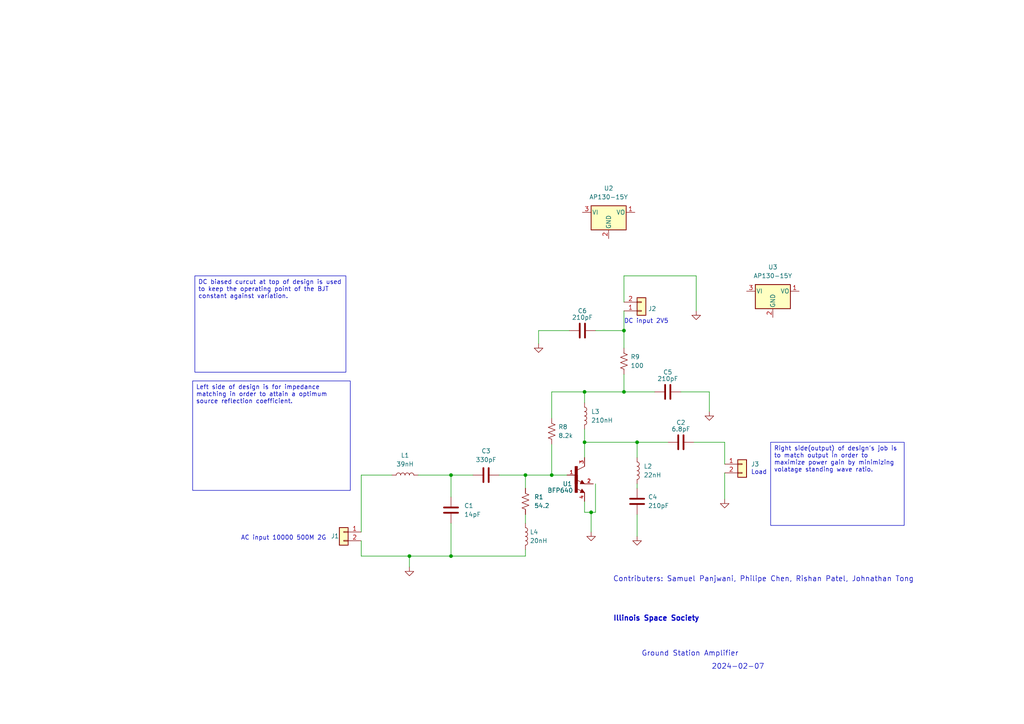
<source format=kicad_sch>
(kicad_sch (version 20230121) (generator eeschema)
  (paper "A4")
  (lib_symbols
    (symbol "BFP640:BFP640" (pin_names (offset 1.016))
      (property "Reference" "U" (at 5.0868 2.5434 0))
      (property "Value" "BFP640" (at 5.0804 0 0))
      (symbol "BFP640_0_0"
        (rectangle (start -0.2542 -5.0832) (end 0.508 0) (stroke (width 0.1)) (fill (type outline)))
        (rectangle (start -0.2543 -2.5435) (end 0.508 2.54) (stroke (width 0.1)) (fill (type outline)))
        (polyline (pts (xy 1.27 -5.08) (xy 1.778 -4.064)) (stroke (width 0.1524)))
        (polyline (pts (xy 1.27 -2.54) (xy 1.778 -1.524)) (stroke (width 0.1524)))
        (polyline (pts (xy 1.524 -4.953) (xy 2.286 -4.953)) (stroke (width 0.254)))
        (polyline (pts (xy 1.524 -4.826) (xy 1.905 -4.826)) (stroke (width 0.254)))
        (polyline (pts (xy 1.524 -2.413) (xy 2.286 -2.413)) (stroke (width 0.254)))
        (polyline (pts (xy 1.524 -2.286) (xy 1.905 -2.286)) (stroke (width 0.254)))
        (polyline (pts (xy 1.54 -4.58) (xy 0.308 -3.964)) (stroke (width 0.1524)))
        (polyline (pts (xy 1.54 -2.04) (xy 0.308 -1.424)) (stroke (width 0.1524)))
        (polyline (pts (xy 1.778 -4.318) (xy 1.524 -4.826)) (stroke (width 0.254)))
        (polyline (pts (xy 1.778 -4.064) (xy 2.54 -5.08)) (stroke (width 0.1524)))
        (polyline (pts (xy 1.778 -1.778) (xy 1.524 -2.286)) (stroke (width 0.254)))
        (polyline (pts (xy 1.778 -1.524) (xy 2.54 -2.54)) (stroke (width 0.1524)))
        (polyline (pts (xy 1.905 -4.826) (xy 1.778 -4.572)) (stroke (width 0.254)))
        (polyline (pts (xy 1.905 -2.286) (xy 1.778 -2.032)) (stroke (width 0.254)))
        (polyline (pts (xy 2.286 -4.953) (xy 1.778 -4.318)) (stroke (width 0.254)))
        (polyline (pts (xy 2.286 -2.413) (xy 1.778 -1.778)) (stroke (width 0.254)))
        (polyline (pts (xy 2.54 -5.08) (xy 1.27 -5.08)) (stroke (width 0.1524)))
        (polyline (pts (xy 2.54 -2.54) (xy 1.27 -2.54)) (stroke (width 0.1524)))
        (polyline (pts (xy 2.54 2.54) (xy 0.508 1.524)) (stroke (width 0.1524)))
        (pin passive line (at -2.54 0 0) (length 2.54) (name "~") (number "1"))
        (pin passive line (at 2.54 -2.54 0) (length 2.54) (name "~") (number "2"))
        (pin passive line (at 2.54 5.08 270) (length 2.54) (name "~") (number "3"))
        (pin passive line (at 2.54 -5.08 270) (length 2.54) (name "~") (number "4"))
      )
    )
    (symbol "Connector_Generic:Conn_01x02" (pin_names (offset 1.016) hide)
      (property "Reference" "J" (at 0 2.54 0))
      (property "Value" "Conn_01x02" (at 0 -5.08 0))
      (symbol "Conn_01x02_1_1"
        (rectangle (start -1.27 -2.413) (end 0 -2.667) (stroke (width 0.1524)))
        (rectangle (start -1.27 0.127) (end 0 -0.127) (stroke (width 0.1524)))
        (rectangle (start -1.27 1.27) (end 1.27 -3.81) (stroke (width 0.254)) (fill (type background)))
        (pin passive line (at -5.08 0 0) (length 3.81) (name "Pin_1") (number "1"))
        (pin passive line (at -5.08 -2.54 0) (length 3.81) (name "Pin_2") (number "2"))
      )
    )
    (symbol "Device:C" (pin_numbers hide) (pin_names (offset 0.254))
      (property "Reference" "C" (at 0.635 2.54 0))
      (property "Value" "C" (at 0.635 -2.54 0))
      (symbol "C_0_1"
        (polyline (pts (xy -2.032 -0.762) (xy 2.032 -0.762)) (stroke (width 0.508)))
        (polyline (pts (xy -2.032 0.762) (xy 2.032 0.762)) (stroke (width 0.508)))
      )
      (symbol "C_1_1"
        (pin passive line (at 0 3.81 270) (length 2.794) (name "~") (number "1"))
        (pin passive line (at 0 -3.81 90) (length 2.794) (name "~") (number "2"))
      )
    )
    (symbol "Device:L" (pin_numbers hide) (pin_names (offset 1.016) hide)
      (property "Reference" "L" (at -1.27 0 90))
      (property "Value" "L" (at 1.905 0 90))
      (symbol "L_0_1"
        (arc (start 0 -2.54) (mid 0.6323 -1.905) (end 0 -1.27))
        (arc (start 0 -1.27) (mid 0.6323 -0.635) (end 0 0))
        (arc (start 0 0) (mid 0.6323 0.635) (end 0 1.27))
        (arc (start 0 1.27) (mid 0.6323 1.905) (end 0 2.54))
      )
      (symbol "L_1_1"
        (pin passive line (at 0 3.81 270) (length 1.27) (name "1") (number "1"))
        (pin passive line (at 0 -3.81 90) (length 1.27) (name "2") (number "2"))
      )
    )
    (symbol "Device:R_US" (pin_numbers hide) (pin_names (offset 0))
      (property "Reference" "R" (at 2.54 0 90))
      (property "Value" "R_US" (at -2.54 0 90))
      (symbol "R_US_0_1"
        (polyline (pts (xy 0 -2.286) (xy 0 -2.54)))
        (polyline (pts (xy 0 2.286) (xy 0 2.54)))
        (polyline (pts (xy 0 -0.762) (xy 1.016 -1.143) (xy 0 -1.524) (xy -1.016 -1.905) (xy 0 -2.286)))
        (polyline (pts (xy 0 0.762) (xy 1.016 0.381) (xy 0 0) (xy -1.016 -0.381) (xy 0 -0.762)))
        (polyline (pts (xy 0 2.286) (xy 1.016 1.905) (xy 0 1.524) (xy -1.016 1.143) (xy 0 0.762)))
      )
      (symbol "R_US_1_1"
        (pin passive line (at 0 3.81 270) (length 1.27) (name "~") (number "1"))
        (pin passive line (at 0 -3.81 90) (length 1.27) (name "~") (number "2"))
      )
    )
    (symbol "Regulator_Linear:AP130-15Y" (pin_names (offset 0.254))
      (property "Reference" "U" (at -3.81 3.175 0))
      (property "Value" "AP130-15Y" (at 0 3.175 0))
      (symbol "AP130-15Y_0_1"
        (rectangle (start -5.08 1.905) (end 5.08 -5.08) (stroke (width 0.254)) (fill (type background)))
      )
      (symbol "AP130-15Y_1_1"
        (pin power_out line (at 7.62 0 180) (length 2.54) (name "VO") (number "1"))
        (pin power_in line (at 0 -7.62 90) (length 2.54) (name "GND") (number "2"))
        (pin power_in line (at -7.62 0 0) (length 2.54) (name "VI") (number "3"))
      )
    )
    (symbol "power:GND" (power) (pin_names (offset 0))
      (property "Value" "GND" (at 0 -3.81 0))
      (symbol "GND_0_1"
        (polyline (pts (xy 0 0) (xy 0 -1.27) (xy 1.27 -1.27) (xy 0 -2.54) (xy -1.27 -1.27) (xy 0 -1.27)))
      )
      (symbol "GND_1_1"
        (pin power_in line (at 0 0 270) (length 0) hide (name "GND") (number "1"))
      )
    )
  )
  (junction (at 160.02 137.795))
  (junction (at 180.975 113.665))
  (junction (at 152.4 137.795))
  (junction (at 171.45 148.59))
  (junction (at 169.545 128.27))
  (junction (at 180.975 95.885))
  (junction (at 184.785 128.27))
  (junction (at 130.81 161.29))
  (junction (at 118.745 161.29))
  (junction (at 130.81 137.795))
  (junction (at 169.545 113.665))
  (wire (pts (xy 180.975 100.965) (xy 180.975 95.885)))
  (wire (pts (xy 152.4 149.225) (xy 152.4 151.765)))
  (wire (pts (xy 118.745 161.29) (xy 104.775 161.29)))
  (wire (pts (xy 130.81 137.795) (xy 137.16 137.795)))
  (wire (pts (xy 169.545 113.665) (xy 180.975 113.665)))
  (wire (pts (xy 205.74 113.665) (xy 205.74 119.38)))
  (wire (pts (xy 180.975 90.17) (xy 180.975 95.885)))
  (wire (pts (xy 184.785 155.575) (xy 184.785 149.225)))
  (wire (pts (xy 165.1 95.885) (xy 156.21 95.885)))
  (wire (pts (xy 184.785 128.27) (xy 184.785 132.715)))
  (wire (pts (xy 201.295 128.27) (xy 210.185 128.27)))
  (wire (pts (xy 160.02 128.905) (xy 160.02 137.795)))
  (wire (pts (xy 144.78 137.795) (xy 152.4 137.795)))
  (wire (pts (xy 197.485 113.665) (xy 205.74 113.665)))
  (wire (pts (xy 104.775 137.795) (xy 104.775 154.305)))
  (wire (pts (xy 210.185 128.27) (xy 210.185 134.62)))
  (wire (pts (xy 171.45 148.59) (xy 172.72 148.59)))
  (wire (pts (xy 160.02 121.285) (xy 160.02 113.665)))
  (wire (pts (xy 180.975 108.585) (xy 180.975 113.665)))
  (wire (pts (xy 201.93 80.01) (xy 201.93 90.17)))
  (wire (pts (xy 156.21 95.885) (xy 156.21 99.695)))
  (wire (pts (xy 152.4 137.795) (xy 152.4 141.605)))
  (wire (pts (xy 152.4 137.795) (xy 160.02 137.795)))
  (wire (pts (xy 169.545 124.46) (xy 169.545 128.27)))
  (wire (pts (xy 172.72 140.335) (xy 172.72 148.59)))
  (wire (pts (xy 180.975 80.01) (xy 201.93 80.01)))
  (wire (pts (xy 104.775 156.845) (xy 104.775 161.29)))
  (wire (pts (xy 130.81 161.29) (xy 152.4 161.29)))
  (wire (pts (xy 152.4 159.385) (xy 152.4 161.29)))
  (wire (pts (xy 160.02 137.795) (xy 164.465 137.795)))
  (wire (pts (xy 169.545 148.59) (xy 171.45 148.59)))
  (wire (pts (xy 172.72 95.885) (xy 180.975 95.885)))
  (wire (pts (xy 169.545 128.27) (xy 184.785 128.27)))
  (wire (pts (xy 130.81 151.765) (xy 130.81 161.29)))
  (wire (pts (xy 104.775 137.795) (xy 113.665 137.795)))
  (wire (pts (xy 118.745 164.465) (xy 118.745 161.29)))
  (wire (pts (xy 184.785 128.27) (xy 193.675 128.27)))
  (wire (pts (xy 169.545 113.665) (xy 169.545 116.84)))
  (wire (pts (xy 130.81 161.29) (xy 118.745 161.29)))
  (wire (pts (xy 180.975 113.665) (xy 189.865 113.665)))
  (wire (pts (xy 184.785 141.605) (xy 184.785 140.335)))
  (wire (pts (xy 169.545 128.27) (xy 169.545 132.715)))
  (wire (pts (xy 180.975 80.01) (xy 180.975 87.63)))
  (wire (pts (xy 160.02 113.665) (xy 169.545 113.665)))
  (wire (pts (xy 210.185 137.16) (xy 210.185 144.78)))
  (wire (pts (xy 169.545 145.415) (xy 169.545 148.59)))
  (wire (pts (xy 130.81 137.795) (xy 130.81 144.145)))
  (wire (pts (xy 171.45 148.59) (xy 171.45 154.305)))
  (wire (pts (xy 121.285 137.795) (xy 130.81 137.795)))
  (text_box "Right side(output) of design's job is to match output in order to maximize power gain by minimizing volatage standing wave ratio." (at 223.52 128.27 0) (size 38.735 24.13) (effects (font (size 1.27 1.27)) (justify left top)))
  (text_box "DC biased curcut at top of design is used to keep the operating point of the BJT constant against variation." (at 56.515 80.01 0) (size 43.815 27.94) (effects (font (size 1.27 1.27)) (justify left top)))
  (text_box "Left side of design is for impedance matching in order to attain a optimum source reflection coefficient." (at 55.88 110.49 0) (size 45.72 31.75) (effects (font (size 1.27 1.27)) (justify left top)))
  (text "Contributers: Samuel Panjwani, Philipe Chen, Rishan Patel, Johnathan Tong" (at 177.8 168.91 0) (effects (font (size 1.5 1.5)) (justify left bottom)))
  (text "Illinois Space Society" (at 177.8 180.34 0) (effects (font (size 1.5 1.5) (thickness 0.3) bold) (justify left bottom)))
  (text "Load\n" (at 217.805 137.795 0) (effects (font (size 1.27 1.27)) (justify left bottom)))
  (text "AC input 10000 500M 2G" (at 69.85 156.845 0) (effects (font (size 1.27 1.27)) (justify left bottom)))
  (text "Ground Station Amplifier" (at 186.055 190.5 0) (effects (font (size 1.5 1.5)) (justify left bottom)))
  (text "2024-02-07" (at 206.375 194.31 0) (effects (font (size 1.5 1.5)) (justify left bottom)))
  (text "DC input 2V5\n" (at 180.975 93.98 0) (effects (font (size 1.27 1.27)) (justify left bottom)))
  (symbol (lib_id "power:GND") (at 201.93 90.17 0) (unit 1)
    (property "Reference" "#PWR02" (effects hide))
    (property "Value" "GND" (effects hide))
  )
  (symbol (lib_id "power:GND") (at 118.745 164.465 0) (unit 1)
    (property "Reference" "#PWR01" (effects hide))
    (property "Value" "GND" (effects hide))
  )
  (symbol (lib_id "Device:C") (at 184.785 145.415 0) (unit 1)
    (property "Reference" "C4" (at 187.96 144.145 0) (effects (justify left)))
    (property "Value" "210pF" (at 187.96 146.685 0) (effects (justify left)))
    (property "Footprint" "Capacitor_SMD:C_0201_0603Metric" (effects hide))
  )
  (symbol (lib_id "power:GND") (at 205.74 119.38 0) (unit 1)
    (property "Reference" "#PWR06" (effects hide))
    (property "Value" "GND" (effects hide))
  )
  (symbol (lib_id "power:GND") (at 210.185 144.78 0) (unit 1)
    (property "Reference" "#PWR04" (effects hide))
    (property "Value" "GND" (effects hide))
  )
  (symbol (lib_id "Device:C") (at 130.81 147.955 0) (unit 1)
    (property "Reference" "C1" (at 134.62 146.685 0) (effects (justify left)))
    (property "Value" "14pF" (at 134.62 149.225 0) (effects (justify left)))
    (property "Footprint" "Capacitor_SMD:C_0201_0603Metric" (effects hide))
  )
  (symbol (lib_id "power:GND") (at 156.21 99.695 0) (unit 1)
    (property "Reference" "#PWR05" (effects hide))
    (property "Value" "GND" (effects hide))
  )
  (symbol (lib_id "Device:L") (at 117.475 137.795 90) (unit 1)
    (property "Reference" "L1" (at 117.475 132.08 90))
    (property "Value" "39nH" (at 117.475 134.62 90))
    (property "Footprint" "Inductor_SMD:L_0201_0603Metric" (effects hide))
  )
  (symbol (lib_id "Regulator_Linear:AP130-15Y") (at 176.53 61.595 0) (unit 1)
    (property "Reference" "U2" (at 176.53 54.61 0))
    (property "Value" "AP130-15Y" (at 176.53 57.15 0))
    (property "Footprint" "Package_TO_SOT_SMD:SOT-89-3" (effects hide))
    (property "Datasheet" "https://www.diodes.com/assets/Datasheets/AP130.pdf" (effects hide))
  )
  (symbol (lib_id "Connector_Generic:Conn_01x02") (at 215.265 134.62 0) (unit 1)
    (property "Reference" "J3" (at 217.805 134.62 0) (effects (justify left)))
    (property "Value" "Conn_01x02" (effects hide))
    (property "Footprint" "Connector_Coaxial:SMA_Molex_73251-1153_EdgeMount_Horizontal" (effects hide))
  )
  (symbol (lib_id "Device:R_US") (at 152.4 145.415 0) (unit 1)
    (property "Reference" "R1" (at 154.94 144.145 0) (effects (justify left)))
    (property "Value" "54.2" (at 154.94 146.685 0) (effects (justify left)))
    (property "Footprint" "Resistor_SMD:R_0201_0603Metric" (effects hide))
  )
  (symbol (lib_id "BFP640:BFP640") (at 167.005 137.795 0) (unit 1)
    (property "Reference" "U1" (at 163.195 140.335 0) (effects (justify left)))
    (property "Value" "BFP640" (at 158.75 142.24 0) (effects (justify left)))
    (property "Footprint" "BFP640:SOT343" (effects hide))
    (property "MF" "Infineon Technologies" (effects hide))
    (property "Description" "\nRF Transistor NPN 4.7V 50mA 46GHz 200mW Surface Mount PG-SOT343-4-2\n" (effects hide))
    (property "Package" "SOT-343 Infineon" (effects hide))
    (property "Price" "None" (effects hide))
    (property "SnapEDA_Link" "https://www.snapeda.com/parts/BFP640/Infineon+Technologies/view-part/?ref=snap" (effects hide))
    (property "MP" "BFP640" (effects hide))
    (property "Availability" "In Stock" (effects hide))
    (property "Check_prices" "https://www.snapeda.com/parts/BFP640/Infineon+Technologies/view-part/?ref=eda" (effects hide))
  )
  (symbol (lib_id "Device:C") (at 197.485 128.27 270) (unit 1)
    (property "Reference" "C2" (at 197.485 122.555 90))
    (property "Value" "6.8pF" (at 197.485 124.46 90))
    (property "Footprint" "Capacitor_SMD:C_0201_0603Metric" (effects hide))
  )
  (symbol (lib_id "Device:C") (at 168.91 95.885 270) (unit 1)
    (property "Reference" "C6" (at 168.91 90.17 90))
    (property "Value" "210pF" (at 168.91 92.075 90))
    (property "Footprint" "Capacitor_SMD:C_0201_0603Metric" (effects hide))
  )
  (symbol (lib_id "Device:C") (at 193.675 113.665 90) (unit 1)
    (property "Reference" "C5" (at 193.675 107.95 90))
    (property "Value" "210pF" (at 193.675 109.855 90))
    (property "Footprint" "Capacitor_SMD:C_0201_0603Metric" (effects hide))
  )
  (symbol (lib_id "power:GND") (at 184.785 155.575 0) (unit 1)
    (property "Reference" "#PWR03" (effects hide))
    (property "Value" "GND" (effects hide))
  )
  (symbol (lib_id "Device:L") (at 184.785 136.525 0) (unit 1)
    (property "Reference" "L2" (at 186.69 135.255 0) (effects (justify left)))
    (property "Value" "22nH" (at 186.69 137.795 0) (effects (justify left)))
    (property "Footprint" "Inductor_SMD:L_0201_0603Metric" (effects hide))
  )
  (symbol (lib_id "Device:R_US") (at 180.975 104.775 0) (unit 1)
    (property "Reference" "R9" (at 182.88 103.505 0) (effects (justify left)))
    (property "Value" "100" (at 182.88 106.045 0) (effects (justify left)))
    (property "Footprint" "Resistor_SMD:R_0201_0603Metric" (effects hide))
  )
  (symbol (lib_id "power:GND") (at 171.45 154.305 0) (unit 1)
    (property "Reference" "#PWR07" (effects hide))
    (property "Value" "GND" (effects hide))
  )
  (symbol (lib_id "Device:L") (at 169.545 120.65 0) (unit 1)
    (property "Reference" "L3" (at 171.45 119.38 0) (effects (justify left)))
    (property "Value" "210nH" (at 171.45 121.92 0) (effects (justify left)))
    (property "Footprint" "Inductor_SMD:L_0201_0603Metric" (effects hide))
  )
  (symbol (lib_id "Connector_Generic:Conn_01x02") (at 99.695 154.305 0) (mirror y) (unit 1)
    (property "Reference" "J1" (at 97.155 156.21 0) (effects (justify bottom)))
    (property "Value" "Conn_01x02" (effects hide))
    (property "Footprint" "Connector_Coaxial:SMA_Molex_73251-1153_EdgeMount_Horizontal" (effects hide))
  )
  (symbol (lib_id "Regulator_Linear:AP130-15Y") (at 224.155 84.455 0) (unit 1)
    (property "Reference" "U3" (at 224.155 77.47 0))
    (property "Value" "AP130-15Y" (at 224.155 80.01 0))
    (property "Footprint" "Package_TO_SOT_SMD:SOT-89-3" (effects hide))
    (property "Datasheet" "https://www.diodes.com/assets/Datasheets/AP130.pdf" (effects hide))
  )
  (symbol (lib_id "Device:C") (at 140.97 137.795 90) (unit 1)
    (property "Reference" "C3" (at 140.97 130.81 90))
    (property "Value" "330pF" (at 140.97 133.35 90))
    (property "Footprint" "Capacitor_SMD:C_0201_0603Metric" (effects hide))
  )
  (symbol (lib_id "Device:L") (at 152.4 155.575 0) (unit 1)
    (property "Reference" "L4" (at 153.67 154.305 0) (effects (justify left)))
    (property "Value" "20nH" (at 153.67 156.845 0) (effects (justify left)))
    (property "Footprint" "Inductor_SMD:L_0201_0603Metric" (effects hide))
  )
  (symbol (lib_id "Device:R_US") (at 160.02 125.095 0) (unit 1)
    (property "Reference" "R8" (at 161.925 123.825 0) (effects (justify left)))
    (property "Value" "8.2k" (at 161.925 126.365 0) (effects (justify left)))
    (property "Footprint" "Resistor_SMD:R_0201_0603Metric" (effects hide))
  )
  (symbol (lib_id "Connector_Generic:Conn_01x02") (at 186.055 90.17 0) (mirror x) (unit 1)
    (property "Reference" "J2" (at 187.96 89.535 0) (effects (justify left)))
    (property "Value" "Conn_01x02" (effects hide))
    (property "Footprint" "Connector_PinHeader_1.27mm:PinHeader_1x02_P1.27mm_Vertical" (effects hide))
  )
)
</source>
